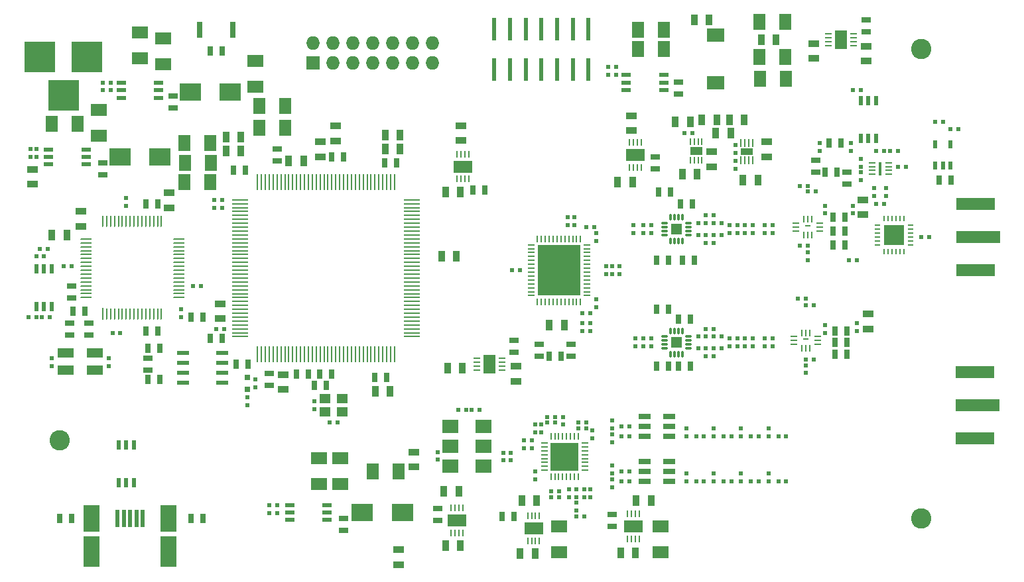
<source format=gts>
G04 #@! TF.FileFunction,Soldermask,Top*
%FSLAX46Y46*%
G04 Gerber Fmt 4.6, Leading zero omitted, Abs format (unit mm)*
G04 Created by KiCad (PCBNEW 4.0.7) date 12/26/17 18:21:06*
%MOMM*%
%LPD*%
G01*
G04 APERTURE LIST*
%ADD10C,0.100000*%
%ADD11R,0.635000X1.143000*%
%ADD12R,0.250000X2.000000*%
%ADD13R,2.000000X0.250000*%
%ADD14R,1.397000X0.889000*%
%ADD15R,0.889000X1.397000*%
%ADD16R,0.500000X0.600000*%
%ADD17R,0.600000X0.500000*%
%ADD18R,1.143000X0.635000*%
%ADD19R,1.524000X2.032000*%
%ADD20R,2.032000X1.524000*%
%ADD21R,0.500380X2.250440*%
%ADD22R,2.049780X3.500120*%
%ADD23R,2.049780X4.000500*%
%ADD24R,4.900000X1.600000*%
%ADD25R,5.600000X1.600000*%
%ADD26R,1.500000X0.600000*%
%ADD27R,0.500000X1.300000*%
%ADD28R,0.248920X1.524000*%
%ADD29O,0.248920X1.524000*%
%ADD30O,1.524000X0.248920*%
%ADD31R,0.770000X0.250000*%
%ADD32O,1.000000X0.250000*%
%ADD33O,0.250000X1.000000*%
%ADD34R,1.300000X0.500000*%
%ADD35R,2.500000X2.500000*%
%ADD36C,0.600000*%
%ADD37R,0.800000X0.250000*%
%ADD38R,0.250000X0.800000*%
%ADD39R,0.450000X1.740000*%
%ADD40O,0.900000X0.250000*%
%ADD41R,0.600000X1.100000*%
%ADD42R,1.450000X1.450000*%
%ADD43C,0.400000*%
%ADD44O,1.000000X0.300000*%
%ADD45O,0.300000X1.000000*%
%ADD46R,3.600000X3.600000*%
%ADD47R,2.440000X1.600000*%
%ADD48R,1.600000X2.440000*%
%ADD49R,1.600000X0.900000*%
%ADD50R,0.250000X1.000000*%
%ADD51R,0.797560X0.797560*%
%ADD52R,0.800000X2.000000*%
%ADD53R,1.400000X1.200000*%
%ADD54R,2.000000X1.200000*%
%ADD55R,1.727200X1.727200*%
%ADD56O,1.727200X1.727200*%
%ADD57R,1.650000X0.760000*%
%ADD58R,2.200000X1.700000*%
%ADD59R,2.700000X2.200000*%
%ADD60R,0.600000X3.000000*%
%ADD61R,5.410000X6.450000*%
%ADD62O,0.950000X0.250000*%
%ADD63O,0.250000X0.950000*%
%ADD64R,2.000000X1.800000*%
%ADD65C,2.600000*%
%ADD66R,1.500000X1.000000*%
%ADD67R,0.250000X0.850000*%
%ADD68R,4.000000X4.000000*%
G04 APERTURE END LIST*
D10*
D11*
X167750000Y-97000000D03*
X166226000Y-97000000D03*
D12*
X132750000Y-87000000D03*
X132250000Y-87000000D03*
X131750000Y-87000000D03*
X131250000Y-87000000D03*
X130750000Y-87000000D03*
X130250000Y-87000000D03*
X129750000Y-87000000D03*
X129250000Y-87000000D03*
X128750000Y-87000000D03*
X128250000Y-87000000D03*
X127750000Y-87000000D03*
X127250000Y-87000000D03*
X126750000Y-87000000D03*
X126250000Y-87000000D03*
X125750000Y-87000000D03*
X125250000Y-87000000D03*
X124750000Y-87000000D03*
X124250000Y-87000000D03*
X123750000Y-87000000D03*
X123250000Y-87000000D03*
X122750000Y-87000000D03*
X122250000Y-87000000D03*
X121750000Y-87000000D03*
X121250000Y-87000000D03*
X120750000Y-87000000D03*
X120250000Y-87000000D03*
X119750000Y-87000000D03*
X119250000Y-87000000D03*
X118750000Y-87000000D03*
X118250000Y-87000000D03*
X117750000Y-87000000D03*
X117250000Y-87000000D03*
X116750000Y-87000000D03*
X116250000Y-87000000D03*
X115750000Y-87000000D03*
X115250000Y-87000000D03*
D13*
X113000000Y-89250000D03*
X113000000Y-89750000D03*
X113000000Y-90250000D03*
X113000000Y-90750000D03*
X113000000Y-91250000D03*
X113000000Y-91750000D03*
X113000000Y-92250000D03*
X113000000Y-92750000D03*
X113000000Y-93250000D03*
X113000000Y-93750000D03*
X113000000Y-94250000D03*
X113000000Y-94750000D03*
X113000000Y-95250000D03*
X113000000Y-95750000D03*
X113000000Y-96250000D03*
X113000000Y-96750000D03*
X113000000Y-97250000D03*
X113000000Y-97750000D03*
X113000000Y-98250000D03*
X113000000Y-98750000D03*
X113000000Y-99250000D03*
X113000000Y-99750000D03*
X113000000Y-100250000D03*
X113000000Y-100750000D03*
X113000000Y-101250000D03*
X113000000Y-101750000D03*
X113000000Y-102250000D03*
X113000000Y-102750000D03*
X113000000Y-103250000D03*
X113000000Y-103750000D03*
X113000000Y-104250000D03*
X113000000Y-104750000D03*
X113000000Y-105250000D03*
X113000000Y-105750000D03*
X113000000Y-106250000D03*
X113000000Y-106750000D03*
D12*
X115250000Y-109000000D03*
X115750000Y-109000000D03*
X116250000Y-109000000D03*
X116750000Y-109000000D03*
X117250000Y-109000000D03*
X117750000Y-109000000D03*
X118250000Y-109000000D03*
X118750000Y-109000000D03*
X119250000Y-109000000D03*
X119750000Y-109000000D03*
X120250000Y-109000000D03*
X120750000Y-109000000D03*
X121250000Y-109000000D03*
X121750000Y-109000000D03*
X122250000Y-109000000D03*
X122750000Y-109000000D03*
X123250000Y-109000000D03*
X123750000Y-109000000D03*
X124250000Y-109000000D03*
X124750000Y-109000000D03*
X125250000Y-109000000D03*
X125750000Y-109000000D03*
X126250000Y-109000000D03*
X126750000Y-109000000D03*
X127250000Y-109000000D03*
X127750000Y-109000000D03*
X128250000Y-109000000D03*
X128750000Y-109000000D03*
X129250000Y-109000000D03*
X129750000Y-109000000D03*
X130250000Y-109000000D03*
X130750000Y-109000000D03*
X131250000Y-109000000D03*
X131750000Y-109000000D03*
X132250000Y-109000000D03*
X132750000Y-109000000D03*
D13*
X135000000Y-106750000D03*
X135000000Y-106250000D03*
X135000000Y-105750000D03*
X135000000Y-105250000D03*
X135000000Y-104750000D03*
X135000000Y-104250000D03*
X135000000Y-103750000D03*
X135000000Y-103250000D03*
X135000000Y-102750000D03*
X135000000Y-102250000D03*
X135000000Y-101750000D03*
X135000000Y-101250000D03*
X135000000Y-100750000D03*
X135000000Y-100250000D03*
X135000000Y-99750000D03*
X135000000Y-99250000D03*
X135000000Y-98750000D03*
X135000000Y-98250000D03*
X135000000Y-97750000D03*
X135000000Y-97250000D03*
X135000000Y-96750000D03*
X135000000Y-96250000D03*
X135000000Y-95750000D03*
X135000000Y-95250000D03*
X135000000Y-94750000D03*
X135000000Y-94250000D03*
X135000000Y-93750000D03*
X135000000Y-93250000D03*
X135000000Y-92750000D03*
X135000000Y-92250000D03*
X135000000Y-91750000D03*
X135000000Y-91250000D03*
X135000000Y-90750000D03*
X135000000Y-90250000D03*
X135000000Y-89750000D03*
X135000000Y-89250000D03*
D11*
X110774000Y-107000000D03*
X109250000Y-107000000D03*
X112488000Y-110250000D03*
X114012000Y-110250000D03*
D14*
X110500000Y-104452500D03*
X110500000Y-102547500D03*
D11*
X124000000Y-113000000D03*
X122476000Y-113000000D03*
X113750000Y-85500000D03*
X112226000Y-85500000D03*
D15*
X133452500Y-81000000D03*
X131547500Y-81000000D03*
X140655000Y-96500000D03*
X138750000Y-96500000D03*
D11*
X123226000Y-111500000D03*
X124750000Y-111500000D03*
D15*
X121155000Y-84250000D03*
X119250000Y-84250000D03*
D14*
X123250000Y-81845000D03*
X123250000Y-83750000D03*
D16*
X109750000Y-89250000D03*
X110750000Y-89250000D03*
X109750000Y-90250000D03*
X110750000Y-90250000D03*
X110000000Y-105750000D03*
X111000000Y-105750000D03*
D17*
X115000000Y-113250000D03*
X115000000Y-112250000D03*
D11*
X109226000Y-70250000D03*
X110750000Y-70250000D03*
X100988000Y-106000000D03*
X102512000Y-106000000D03*
D17*
X96250000Y-109500000D03*
X96250000Y-110500000D03*
D18*
X91500000Y-101762000D03*
X91500000Y-100238000D03*
D11*
X100988000Y-89750000D03*
X102512000Y-89750000D03*
D14*
X92750000Y-90750000D03*
X92750000Y-92655000D03*
D17*
X89000000Y-110500000D03*
X89000000Y-109500000D03*
D11*
X106738000Y-104250000D03*
X108262000Y-104250000D03*
D18*
X91250000Y-105000000D03*
X91250000Y-106524000D03*
D15*
X89000000Y-93750000D03*
X90905000Y-93750000D03*
D11*
X101238000Y-112250000D03*
X102762000Y-112250000D03*
X101238000Y-108250000D03*
X102762000Y-108250000D03*
D18*
X93750000Y-104988000D03*
X93750000Y-106512000D03*
D11*
X131488000Y-84500000D03*
X133012000Y-84500000D03*
X124738000Y-83750000D03*
X126262000Y-83750000D03*
D18*
X117750000Y-84274000D03*
X117750000Y-82750000D03*
D14*
X125250000Y-79797500D03*
X125250000Y-81702500D03*
D15*
X133452500Y-82750000D03*
X131547500Y-82750000D03*
D11*
X121774000Y-111500000D03*
X120250000Y-111500000D03*
X130226000Y-112000000D03*
X131750000Y-112000000D03*
D18*
X116750000Y-111488000D03*
X116750000Y-113012000D03*
D14*
X118500000Y-113500000D03*
X118500000Y-111595000D03*
D15*
X132202500Y-113750000D03*
X130297500Y-113750000D03*
D18*
X151250000Y-109262000D03*
X151250000Y-107738000D03*
X155250000Y-109262000D03*
X155250000Y-107738000D03*
D16*
X160500000Y-98750000D03*
X161500000Y-98750000D03*
X160500000Y-97750000D03*
X161500000Y-97750000D03*
D17*
X159750000Y-98750000D03*
X159750000Y-97750000D03*
D15*
X152500000Y-105250000D03*
X154405000Y-105250000D03*
D17*
X154900000Y-92500000D03*
X154900000Y-91500000D03*
X155700000Y-92500000D03*
X155700000Y-91500000D03*
D16*
X184250000Y-101900000D03*
X185250000Y-101900000D03*
X185250000Y-102700000D03*
X186250000Y-102700000D03*
D17*
X185250000Y-111400000D03*
X185250000Y-110400000D03*
D16*
X186250000Y-109650000D03*
X185250000Y-109650000D03*
D14*
X193250000Y-103845000D03*
X193250000Y-105750000D03*
D17*
X191750000Y-105000000D03*
X191750000Y-106000000D03*
X187750000Y-105250000D03*
X187750000Y-106250000D03*
D16*
X181000000Y-108000000D03*
X180000000Y-108000000D03*
X181000000Y-107000000D03*
X180000000Y-107000000D03*
D17*
X175500000Y-107000000D03*
X175500000Y-108000000D03*
D16*
X171500000Y-108250000D03*
X172500000Y-108250000D03*
D11*
X168988000Y-104500000D03*
X170512000Y-104500000D03*
X167750000Y-110500000D03*
X166226000Y-110500000D03*
D17*
X163500000Y-107000000D03*
X163500000Y-108000000D03*
D19*
X133302000Y-124000000D03*
X130000000Y-124000000D03*
D20*
X153750000Y-134302000D03*
X153750000Y-131000000D03*
X166750000Y-134302000D03*
X166750000Y-131000000D03*
D15*
X150705000Y-134500000D03*
X148800000Y-134500000D03*
X141155000Y-133500000D03*
X139250000Y-133500000D03*
X163505000Y-134400000D03*
X161600000Y-134400000D03*
D14*
X135250000Y-123405000D03*
X135250000Y-121500000D03*
X133250000Y-134000000D03*
X133250000Y-135905000D03*
D20*
X123100000Y-125551000D03*
X123100000Y-122249000D03*
X125800000Y-125600000D03*
X125800000Y-122298000D03*
D11*
X148000000Y-129750000D03*
X146476000Y-129750000D03*
D18*
X138250000Y-128738000D03*
X138250000Y-130262000D03*
X160500000Y-129476000D03*
X160500000Y-131000000D03*
X126250000Y-129988000D03*
X126250000Y-131512000D03*
D15*
X150905000Y-127750000D03*
X149000000Y-127750000D03*
X140952500Y-126500000D03*
X139047500Y-126500000D03*
X163595000Y-127750000D03*
X165500000Y-127750000D03*
D16*
X156000000Y-129750000D03*
X157000000Y-129750000D03*
X156000000Y-127250000D03*
X157000000Y-127250000D03*
X156000000Y-126250000D03*
X157000000Y-126250000D03*
X147615124Y-122584350D03*
X146615124Y-122584350D03*
X146615124Y-121584350D03*
X147615124Y-121584350D03*
X161750000Y-118250000D03*
X162750000Y-118250000D03*
X162750000Y-119500000D03*
X161750000Y-119500000D03*
X161750000Y-124000000D03*
X162750000Y-124000000D03*
X162750000Y-125250000D03*
X161750000Y-125250000D03*
X156250000Y-118500000D03*
X157250000Y-118500000D03*
X153250000Y-117750000D03*
X152250000Y-117750000D03*
D17*
X150750000Y-119000000D03*
X150750000Y-118000000D03*
D16*
X171250000Y-119500000D03*
X172250000Y-119500000D03*
X171250000Y-125250000D03*
X172250000Y-125250000D03*
X174750000Y-119500000D03*
X175750000Y-119500000D03*
X174750000Y-125250000D03*
X175750000Y-125250000D03*
D17*
X177000000Y-119500000D03*
X177000000Y-118500000D03*
X177000000Y-125250000D03*
X177000000Y-124250000D03*
X180500000Y-119500000D03*
X180500000Y-118500000D03*
X180500000Y-125250000D03*
X180500000Y-124250000D03*
D20*
X115000000Y-74802000D03*
X115000000Y-71500000D03*
D14*
X141250000Y-81655000D03*
X141250000Y-79750000D03*
D19*
X105948000Y-82000000D03*
X109250000Y-82000000D03*
X115448000Y-77250000D03*
X118750000Y-77250000D03*
X106000000Y-84500000D03*
X109302000Y-84500000D03*
X115448000Y-80000000D03*
X118750000Y-80000000D03*
X105948000Y-87000000D03*
X109250000Y-87000000D03*
D15*
X113155000Y-81250000D03*
X111250000Y-81250000D03*
D14*
X104000000Y-88345000D03*
X104000000Y-90250000D03*
D11*
X142726000Y-88000000D03*
X144250000Y-88000000D03*
D15*
X113155000Y-83000000D03*
X111250000Y-83000000D03*
D14*
X86500000Y-85345000D03*
X86500000Y-87250000D03*
D20*
X103250000Y-71901000D03*
X103250000Y-68599000D03*
X95000000Y-81052000D03*
X95000000Y-77750000D03*
D15*
X141155000Y-88250000D03*
X139250000Y-88250000D03*
D20*
X100250000Y-71151000D03*
X100250000Y-67849000D03*
D19*
X92250000Y-79500000D03*
X88948000Y-79500000D03*
D18*
X104500000Y-75988000D03*
X104500000Y-77512000D03*
X95500000Y-84488000D03*
X95500000Y-86012000D03*
D15*
X141405000Y-110750000D03*
X139500000Y-110750000D03*
D18*
X148000000Y-108774000D03*
X148000000Y-107250000D03*
D14*
X148250000Y-110547500D03*
X148250000Y-112452500D03*
X180250000Y-81845000D03*
X180250000Y-83750000D03*
D19*
X179349000Y-66500000D03*
X182651000Y-66500000D03*
D15*
X179155000Y-86750000D03*
X177250000Y-86750000D03*
D19*
X179349000Y-71000000D03*
X182651000Y-71000000D03*
X179448000Y-73750000D03*
X182750000Y-73750000D03*
D15*
X172905000Y-66250000D03*
X171000000Y-66250000D03*
X177405000Y-79000000D03*
X175500000Y-79000000D03*
X179547500Y-68750000D03*
X181452500Y-68750000D03*
D19*
X167151000Y-67500000D03*
X163849000Y-67500000D03*
D15*
X175655000Y-80750000D03*
X173750000Y-80750000D03*
D19*
X167151000Y-70000000D03*
X163849000Y-70000000D03*
D14*
X173250000Y-83095000D03*
X173250000Y-85000000D03*
X186250000Y-69250000D03*
X186250000Y-71155000D03*
X163000000Y-80405000D03*
X163000000Y-78500000D03*
D18*
X169000000Y-74238000D03*
X169000000Y-75762000D03*
D15*
X171405000Y-86000000D03*
X169500000Y-86000000D03*
D16*
X170750000Y-80750000D03*
X169750000Y-80750000D03*
D18*
X193000000Y-67774000D03*
X193000000Y-66250000D03*
X166000000Y-85274000D03*
X166000000Y-83750000D03*
D15*
X170500000Y-79250000D03*
X168595000Y-79250000D03*
X172000000Y-79000000D03*
X173905000Y-79000000D03*
D14*
X193000000Y-69595000D03*
X193000000Y-71500000D03*
D15*
X163155000Y-87000000D03*
X161250000Y-87000000D03*
D16*
X201000000Y-94000000D03*
X200000000Y-94000000D03*
X190750000Y-97000000D03*
X191750000Y-97000000D03*
D17*
X195500000Y-88750000D03*
X195500000Y-87750000D03*
X194000000Y-88750000D03*
X194000000Y-87750000D03*
D18*
X190500000Y-85738000D03*
X190500000Y-87262000D03*
D17*
X192250000Y-85750000D03*
X192250000Y-86750000D03*
D16*
X198000000Y-85000000D03*
X197000000Y-85000000D03*
D18*
X186500000Y-85750000D03*
X186500000Y-84226000D03*
D17*
X187000000Y-83000000D03*
X187000000Y-82000000D03*
X191000000Y-83000000D03*
X191000000Y-82000000D03*
D11*
X203762000Y-86750000D03*
X202238000Y-86750000D03*
D16*
X184500000Y-87500000D03*
X185500000Y-87500000D03*
X185500000Y-88200000D03*
X186500000Y-88200000D03*
D17*
X185500000Y-97000000D03*
X185500000Y-96000000D03*
D16*
X184500000Y-95150000D03*
X185500000Y-95150000D03*
D14*
X192500000Y-89250000D03*
X192500000Y-91155000D03*
D17*
X191250000Y-90000000D03*
X191250000Y-91000000D03*
X187750000Y-90000000D03*
X187750000Y-91000000D03*
D16*
X181000000Y-93500000D03*
X180000000Y-93500000D03*
X181000000Y-92500000D03*
X180000000Y-92500000D03*
D17*
X175500000Y-92500000D03*
X175500000Y-93500000D03*
D16*
X171500000Y-93750000D03*
X172500000Y-93750000D03*
D11*
X169238000Y-89750000D03*
X170762000Y-89750000D03*
D17*
X163250000Y-93500000D03*
X163250000Y-92500000D03*
D21*
X97399800Y-129999500D03*
X98199900Y-129999500D03*
X99000000Y-129999500D03*
X99800100Y-129999500D03*
X100600200Y-129999500D03*
D22*
X94074940Y-129999500D03*
X103925060Y-129999500D03*
D23*
X94074940Y-134200660D03*
X103925060Y-134200660D03*
D24*
X206850000Y-111250000D03*
X206850000Y-119750000D03*
D25*
X207200000Y-115500000D03*
D24*
X206900000Y-89750000D03*
X206900000Y-98250000D03*
D25*
X207250000Y-94000000D03*
D18*
X101250000Y-111012000D03*
X101250000Y-109488000D03*
D11*
X91738000Y-103500000D03*
X93262000Y-103500000D03*
X152488000Y-109250000D03*
X154012000Y-109250000D03*
X188988000Y-106000000D03*
X190512000Y-106000000D03*
X188976000Y-109000000D03*
X190500000Y-109000000D03*
X188976000Y-107500000D03*
X190500000Y-107500000D03*
X167762000Y-103250000D03*
X166238000Y-103250000D03*
X168976000Y-110500000D03*
X170500000Y-110500000D03*
D16*
X165500000Y-107000000D03*
X164500000Y-107000000D03*
X165500000Y-108000000D03*
X164500000Y-108000000D03*
D17*
X160500000Y-120250000D03*
X160500000Y-119250000D03*
X160500000Y-126000000D03*
X160500000Y-125000000D03*
X160500000Y-117500000D03*
X160500000Y-118500000D03*
X160500000Y-123250000D03*
X160500000Y-124250000D03*
X170000000Y-119500000D03*
X170000000Y-118500000D03*
X170000000Y-125250000D03*
X170000000Y-124250000D03*
X173500000Y-119500000D03*
X173500000Y-118500000D03*
X173500000Y-125250000D03*
X173500000Y-124250000D03*
D16*
X178250000Y-119500000D03*
X179250000Y-119500000D03*
X178250000Y-125250000D03*
X179250000Y-125250000D03*
X181750000Y-119500000D03*
X182750000Y-119500000D03*
X181750000Y-125250000D03*
X182750000Y-125250000D03*
D11*
X189274000Y-85750000D03*
X187750000Y-85750000D03*
X188238000Y-82000000D03*
X189762000Y-82000000D03*
X188726000Y-91500000D03*
X190250000Y-91500000D03*
X188738000Y-95000000D03*
X190262000Y-95000000D03*
X188738000Y-93250000D03*
X190262000Y-93250000D03*
X168012000Y-88250000D03*
X166488000Y-88250000D03*
X169476000Y-97000000D03*
X171000000Y-97000000D03*
D16*
X165500000Y-93500000D03*
X164500000Y-93500000D03*
X165500000Y-92500000D03*
X164500000Y-92500000D03*
D17*
X114000000Y-115500000D03*
X114000000Y-114500000D03*
D11*
X106738000Y-130000000D03*
X108262000Y-130000000D03*
X91500000Y-130000000D03*
X89976000Y-130000000D03*
D16*
X87000000Y-104250000D03*
X86000000Y-104250000D03*
X88500000Y-95500000D03*
X87500000Y-95500000D03*
X88750000Y-104250000D03*
X87750000Y-104250000D03*
X88000000Y-96500000D03*
X87000000Y-96500000D03*
X157750000Y-106000000D03*
X156750000Y-106000000D03*
X156750000Y-105000000D03*
X157750000Y-105000000D03*
D17*
X178500000Y-107000000D03*
X178500000Y-108000000D03*
D16*
X173500000Y-108250000D03*
X174500000Y-108250000D03*
X173500000Y-106750000D03*
X174500000Y-106750000D03*
X172500000Y-109250000D03*
X173500000Y-109250000D03*
X172500000Y-105750000D03*
X173500000Y-105750000D03*
D17*
X116800000Y-128300000D03*
X116800000Y-129300000D03*
X117800000Y-129300000D03*
X117800000Y-128300000D03*
D16*
X143615124Y-116084350D03*
X142615124Y-116084350D03*
X141865124Y-116084350D03*
X140865124Y-116084350D03*
D17*
X138250000Y-121500000D03*
X138250000Y-122500000D03*
X156000000Y-129000000D03*
X156000000Y-128000000D03*
X157750000Y-127250000D03*
X157750000Y-126250000D03*
X154250000Y-117000000D03*
X154250000Y-118000000D03*
X95500000Y-74250000D03*
X95500000Y-75250000D03*
X86250000Y-82750000D03*
X86250000Y-83750000D03*
X96500000Y-75250000D03*
X96500000Y-74250000D03*
X87000000Y-83750000D03*
X87000000Y-82750000D03*
X160000000Y-73250000D03*
X160000000Y-72250000D03*
X161000000Y-72250000D03*
X161000000Y-73250000D03*
D16*
X195250000Y-89750000D03*
X194250000Y-89750000D03*
D17*
X192250000Y-85000000D03*
X192250000Y-84000000D03*
D16*
X194250000Y-83000000D03*
X195250000Y-83000000D03*
X196000000Y-83000000D03*
X197000000Y-83000000D03*
X192250000Y-75250000D03*
X191250000Y-75250000D03*
X202750000Y-79250000D03*
X201750000Y-79250000D03*
X204750000Y-80250000D03*
X203750000Y-80250000D03*
D17*
X178500000Y-92500000D03*
X178500000Y-93500000D03*
D16*
X176500000Y-93500000D03*
X177500000Y-93500000D03*
X176500000Y-92500000D03*
X177500000Y-92500000D03*
X173500000Y-93750000D03*
X174500000Y-93750000D03*
X173500000Y-92250000D03*
X174500000Y-92250000D03*
D26*
X105750000Y-108845000D03*
X105750000Y-110115000D03*
X105750000Y-111385000D03*
X105750000Y-112655000D03*
X110750000Y-108845000D03*
X110750000Y-110115000D03*
X110750000Y-111385000D03*
X110750000Y-112655000D03*
D27*
X87050000Y-98100000D03*
X87050000Y-102900000D03*
X88000000Y-98100000D03*
X88000000Y-102900000D03*
X88950000Y-98100000D03*
X88950000Y-102900000D03*
D28*
X95500960Y-103869940D03*
D29*
X96001340Y-103869940D03*
X96501720Y-103869940D03*
X97002100Y-103869940D03*
X97502480Y-103869940D03*
X98000320Y-103869940D03*
X98500700Y-103869940D03*
X99001080Y-103869940D03*
X99501460Y-103869940D03*
X100001840Y-103869940D03*
X100502220Y-103869940D03*
X101000060Y-103869940D03*
X101500440Y-103869940D03*
X102000820Y-103869940D03*
X102501200Y-103869940D03*
X103001580Y-103869940D03*
D30*
X105282500Y-101749040D03*
X105282500Y-101248660D03*
X105282500Y-100748280D03*
X105282500Y-100247900D03*
X105282500Y-99747520D03*
X105282500Y-99249680D03*
X105282500Y-98749300D03*
X105282500Y-98248920D03*
X105282500Y-97748540D03*
X105282500Y-97248160D03*
X105282500Y-96747780D03*
X105282500Y-96249940D03*
X105282500Y-95749560D03*
X105282500Y-95249180D03*
X105282500Y-94748800D03*
X105282500Y-94248420D03*
D29*
X103001580Y-91967500D03*
X102501200Y-91967500D03*
X102000820Y-91967500D03*
X101500440Y-91967500D03*
X101000060Y-91967500D03*
X100502220Y-91967500D03*
X100001840Y-91967500D03*
X99501460Y-91967500D03*
X99001080Y-91967500D03*
X98500700Y-91967500D03*
X98000320Y-91967500D03*
X97502480Y-91967500D03*
X97002100Y-91967500D03*
X96501720Y-91967500D03*
X96001340Y-91967500D03*
X95500960Y-91967500D03*
D30*
X93380060Y-94248420D03*
X93380060Y-94748800D03*
X93380060Y-95749560D03*
X93362280Y-95249180D03*
X93380060Y-96249940D03*
X93380060Y-96747780D03*
X93380060Y-97248160D03*
X93380060Y-97748540D03*
X93380060Y-98248920D03*
X93380060Y-98749300D03*
X93380060Y-99242060D03*
X93380060Y-99742440D03*
X93380060Y-100242820D03*
X93380060Y-100743200D03*
X93380060Y-101241040D03*
X93380060Y-101741420D03*
D31*
X185250000Y-107075000D03*
D32*
X183750000Y-106750000D03*
X183750000Y-107250000D03*
X183750000Y-107750000D03*
D33*
X184750000Y-108250000D03*
X185250000Y-108250000D03*
X185750000Y-108250000D03*
D32*
X186750000Y-107750000D03*
X186750000Y-107250000D03*
X186750000Y-106750000D03*
D33*
X185750000Y-106250000D03*
X185250000Y-106250000D03*
X184750000Y-106250000D03*
D34*
X119350000Y-130200000D03*
X124150000Y-130200000D03*
X119350000Y-129250000D03*
X124150000Y-129250000D03*
X119350000Y-128300000D03*
X124150000Y-128300000D03*
X97850000Y-76200000D03*
X102650000Y-76200000D03*
X97850000Y-75250000D03*
X102650000Y-75250000D03*
X97850000Y-74300000D03*
X102650000Y-74300000D03*
X88600000Y-84700000D03*
X93400000Y-84700000D03*
X88600000Y-83750000D03*
X93400000Y-83750000D03*
X88600000Y-82800000D03*
X93400000Y-82800000D03*
X162350000Y-75200000D03*
X167150000Y-75200000D03*
X162350000Y-74250000D03*
X167150000Y-74250000D03*
X162350000Y-73300000D03*
X167150000Y-73300000D03*
D35*
X196500000Y-93750000D03*
D36*
X197150000Y-94400000D03*
X197150000Y-93100000D03*
X195850000Y-94400000D03*
X195850000Y-93100000D03*
D37*
X198600000Y-95000000D03*
X198600000Y-94500000D03*
X198600000Y-94000000D03*
X198600000Y-93500000D03*
X198600000Y-93000000D03*
X198600000Y-92500000D03*
D38*
X197750000Y-91650000D03*
X197250000Y-91650000D03*
X196750000Y-91650000D03*
X196250000Y-91650000D03*
X195750000Y-91650000D03*
X195250000Y-91650000D03*
D37*
X194400000Y-92500000D03*
X194400000Y-93000000D03*
X194400000Y-93500000D03*
X194400000Y-94000000D03*
X194400000Y-94500000D03*
X194400000Y-95000000D03*
D38*
X195250000Y-95850000D03*
X195750000Y-95850000D03*
X196250000Y-95850000D03*
X196750000Y-95850000D03*
X197250000Y-95850000D03*
X197750000Y-95850000D03*
D39*
X194750000Y-85250000D03*
D40*
X195800000Y-86000000D03*
X195800000Y-85500000D03*
X195800000Y-85000000D03*
X195800000Y-84500000D03*
X193700000Y-84500000D03*
X193700000Y-85000000D03*
X193700000Y-85500000D03*
X193700000Y-86000000D03*
D41*
X201800000Y-82150000D03*
X201800000Y-84850000D03*
X202750000Y-84850000D03*
X203700000Y-82150000D03*
X203700000Y-84850000D03*
D31*
X185500000Y-92575000D03*
D32*
X184000000Y-92250000D03*
X184000000Y-92750000D03*
X184000000Y-93250000D03*
D33*
X185000000Y-93750000D03*
X185500000Y-93750000D03*
X186000000Y-93750000D03*
D32*
X187000000Y-93250000D03*
X187000000Y-92750000D03*
X187000000Y-92250000D03*
D33*
X186000000Y-91750000D03*
X185500000Y-91750000D03*
X185000000Y-91750000D03*
D16*
X171500000Y-106750000D03*
X172500000Y-106750000D03*
X171500000Y-92250000D03*
X172500000Y-92250000D03*
X124500000Y-117750000D03*
X125500000Y-117750000D03*
D17*
X122500000Y-115000000D03*
X122500000Y-116000000D03*
D16*
X176500000Y-108000000D03*
X177500000Y-108000000D03*
X176500000Y-107000000D03*
X177500000Y-107000000D03*
X172500000Y-94750000D03*
X173500000Y-94750000D03*
X172500000Y-91250000D03*
X173500000Y-91250000D03*
D42*
X168750000Y-107500000D03*
D43*
X169150000Y-107900000D03*
X169150000Y-107100000D03*
X168350000Y-107900000D03*
X168350000Y-107100000D03*
D44*
X170250000Y-108250000D03*
X170250000Y-107750000D03*
X170250000Y-107250000D03*
X170250000Y-106750000D03*
D45*
X169500000Y-106000000D03*
X169000000Y-106000000D03*
X168500000Y-106000000D03*
X168000000Y-106000000D03*
D44*
X167250000Y-106750000D03*
X167250000Y-107250000D03*
X167250000Y-107750000D03*
X167250000Y-108250000D03*
D45*
X168000000Y-109000000D03*
X168500000Y-109000000D03*
X169000000Y-109000000D03*
X169500000Y-109000000D03*
D42*
X168750000Y-93000000D03*
D43*
X169150000Y-93400000D03*
X169150000Y-92600000D03*
X168350000Y-93400000D03*
X168350000Y-92600000D03*
D44*
X170250000Y-93750000D03*
X170250000Y-93250000D03*
X170250000Y-92750000D03*
X170250000Y-92250000D03*
D45*
X169500000Y-91500000D03*
X169000000Y-91500000D03*
X168500000Y-91500000D03*
X168000000Y-91500000D03*
D44*
X167250000Y-92250000D03*
X167250000Y-92750000D03*
X167250000Y-93250000D03*
X167250000Y-93750000D03*
D45*
X168000000Y-94500000D03*
X168500000Y-94500000D03*
X169000000Y-94500000D03*
X169500000Y-94500000D03*
D46*
X154465124Y-122084350D03*
D43*
X152965124Y-123584350D03*
X153965124Y-123584350D03*
X154965124Y-123584350D03*
X155965124Y-123584350D03*
X152965124Y-122584350D03*
X153965124Y-122584350D03*
X154965124Y-122584350D03*
X155965124Y-122584350D03*
X152965124Y-121584350D03*
X153965124Y-121584350D03*
X154965124Y-121584350D03*
X155965124Y-121584350D03*
X152965124Y-120584350D03*
X153965124Y-120584350D03*
X154965124Y-120584350D03*
X155965124Y-120584350D03*
D33*
X152715124Y-124684350D03*
X153215124Y-124684350D03*
X153715124Y-124684350D03*
X154215124Y-124684350D03*
X154715124Y-124684350D03*
X155215124Y-124684350D03*
X155715124Y-124684350D03*
X156215124Y-124684350D03*
D32*
X157065124Y-123834350D03*
X157065124Y-123334350D03*
X157065124Y-122834350D03*
X157065124Y-122334350D03*
X157065124Y-121834350D03*
X157065124Y-121334350D03*
X157065124Y-120834350D03*
X157065124Y-120334350D03*
D33*
X156215124Y-119484350D03*
X155715124Y-119484350D03*
X155215124Y-119484350D03*
X154715124Y-119484350D03*
X154215124Y-119484350D03*
X153715124Y-119484350D03*
X153215124Y-119484350D03*
X152715124Y-119484350D03*
D32*
X151865124Y-120334350D03*
X151865124Y-120834350D03*
X151865124Y-121334350D03*
X151865124Y-121834350D03*
X151865124Y-122334350D03*
X151865124Y-122834350D03*
X151865124Y-123334350D03*
X151865124Y-123834350D03*
D47*
X150500000Y-131250000D03*
D43*
X151000000Y-130750000D03*
X150000000Y-130750000D03*
X151000000Y-131750000D03*
X150000000Y-131750000D03*
D33*
X151250000Y-129650000D03*
X150750000Y-129650000D03*
X150250000Y-129650000D03*
X149750000Y-129650000D03*
X149750000Y-132850000D03*
X150250000Y-132850000D03*
X150750000Y-132850000D03*
X151250000Y-132850000D03*
D47*
X140732843Y-130250000D03*
D43*
X141232843Y-129750000D03*
X140232843Y-129750000D03*
X141232843Y-130750000D03*
X140232843Y-130750000D03*
D33*
X141482843Y-128650000D03*
X140982843Y-128650000D03*
X140482843Y-128650000D03*
X139982843Y-128650000D03*
X139982843Y-131850000D03*
X140482843Y-131850000D03*
X140982843Y-131850000D03*
X141482843Y-131850000D03*
D47*
X163250000Y-131000000D03*
D43*
X163750000Y-130500000D03*
X162750000Y-130500000D03*
X163750000Y-131500000D03*
X162750000Y-131500000D03*
D33*
X164000000Y-129400000D03*
X163500000Y-129400000D03*
X163000000Y-129400000D03*
X162500000Y-129400000D03*
X162500000Y-132600000D03*
X163000000Y-132600000D03*
X163500000Y-132600000D03*
X164000000Y-132600000D03*
D47*
X141500000Y-85000000D03*
D43*
X141000000Y-85500000D03*
X142000000Y-85500000D03*
X141000000Y-84500000D03*
X142000000Y-84500000D03*
D33*
X140750000Y-86600000D03*
X141250000Y-86600000D03*
X141750000Y-86600000D03*
X142250000Y-86600000D03*
X142250000Y-83400000D03*
X141750000Y-83400000D03*
X141250000Y-83400000D03*
X140750000Y-83400000D03*
D48*
X144900000Y-110250000D03*
D43*
X145400000Y-110750000D03*
X145400000Y-109750000D03*
X144400000Y-110750000D03*
X144400000Y-109750000D03*
D32*
X146500000Y-111000000D03*
X146500000Y-110500000D03*
X146500000Y-110000000D03*
X146500000Y-109500000D03*
X143300000Y-109500000D03*
X143300000Y-110000000D03*
X143300000Y-110500000D03*
X143300000Y-111000000D03*
D49*
X177750000Y-83050000D03*
D43*
X178250000Y-83050000D03*
X177250000Y-83050000D03*
D50*
X178500000Y-81950000D03*
X178000000Y-81950000D03*
X177500000Y-81950000D03*
X177000000Y-81950000D03*
X177000000Y-84150000D03*
X177500000Y-84150000D03*
X178000000Y-84150000D03*
X178500000Y-84150000D03*
D48*
X189750000Y-68750000D03*
D43*
X190250000Y-69250000D03*
X190250000Y-68250000D03*
X189250000Y-69250000D03*
X189250000Y-68250000D03*
D32*
X191350000Y-69500000D03*
X191350000Y-69000000D03*
X191350000Y-68500000D03*
X191350000Y-68000000D03*
X188150000Y-68000000D03*
X188150000Y-68500000D03*
X188150000Y-69000000D03*
X188150000Y-69500000D03*
D47*
X163500000Y-83500000D03*
D43*
X163000000Y-84000000D03*
X164000000Y-84000000D03*
X163000000Y-83000000D03*
X164000000Y-83000000D03*
D33*
X162750000Y-85100000D03*
X163250000Y-85100000D03*
X163750000Y-85100000D03*
X164250000Y-85100000D03*
X164250000Y-81900000D03*
X163750000Y-81900000D03*
X163250000Y-81900000D03*
X162750000Y-81900000D03*
D51*
X114000000Y-113498600D03*
X114000000Y-112000000D03*
D52*
X107900000Y-67500000D03*
X112100000Y-67500000D03*
D53*
X123900000Y-116350000D03*
X126100000Y-116350000D03*
X126100000Y-114650000D03*
X123900000Y-114650000D03*
D54*
X94500000Y-108800000D03*
X90800000Y-108800000D03*
X90800000Y-111000000D03*
X94500000Y-111000000D03*
D55*
X122380000Y-71750000D03*
D56*
X122380000Y-69210000D03*
X124920000Y-71750000D03*
X124920000Y-69210000D03*
X127460000Y-71750000D03*
X127460000Y-69210000D03*
X130000000Y-71750000D03*
X130000000Y-69210000D03*
X132540000Y-71750000D03*
X132540000Y-69210000D03*
X135080000Y-71750000D03*
X135080000Y-69210000D03*
X137620000Y-71750000D03*
X137620000Y-69210000D03*
D57*
X167840000Y-116980000D03*
X164660000Y-116980000D03*
X167840000Y-118250000D03*
X164660000Y-118250000D03*
X167840000Y-119520000D03*
X164660000Y-119520000D03*
X167840000Y-122730000D03*
X164660000Y-122730000D03*
X167840000Y-124000000D03*
X164660000Y-124000000D03*
X167840000Y-125270000D03*
X164660000Y-125270000D03*
D58*
X173750000Y-68200000D03*
X173750000Y-74300000D03*
D59*
X133750000Y-129250000D03*
X128650000Y-129250000D03*
X111800000Y-75500000D03*
X106700000Y-75500000D03*
X102800000Y-83750000D03*
X97700000Y-83750000D03*
D60*
X157500000Y-67400000D03*
X155500000Y-67400000D03*
X153500000Y-67400000D03*
X151500000Y-67400000D03*
X149500000Y-67400000D03*
X147500000Y-67400000D03*
X145500000Y-67400000D03*
X157500000Y-72600000D03*
X155500000Y-72600000D03*
X153500000Y-72600000D03*
X151500000Y-72600000D03*
X149500000Y-72600000D03*
X147500000Y-72600000D03*
X145500000Y-72600000D03*
D27*
X192300000Y-76600000D03*
X192300000Y-81400000D03*
X193250000Y-76600000D03*
X193250000Y-81400000D03*
X194200000Y-76600000D03*
X194200000Y-81400000D03*
X99450000Y-125400000D03*
X99450000Y-120600000D03*
X98500000Y-125400000D03*
X98500000Y-120600000D03*
X97550000Y-125400000D03*
X97550000Y-120600000D03*
D61*
X153750000Y-98250000D03*
D43*
X156000000Y-100500000D03*
X156000000Y-99000000D03*
X156000000Y-97500000D03*
X156000000Y-96000000D03*
X154500000Y-100500000D03*
X154500000Y-99000000D03*
X154500000Y-97500000D03*
X154500000Y-96000000D03*
X153000000Y-100500000D03*
X153000000Y-99000000D03*
X153000000Y-97500000D03*
X153000000Y-96000000D03*
X151500000Y-100500000D03*
X151500000Y-99000000D03*
X151500000Y-97500000D03*
X151500000Y-96000000D03*
D62*
X157275000Y-101500000D03*
X157275000Y-101000000D03*
X157275000Y-100500000D03*
X157275000Y-100000000D03*
X157275000Y-99500000D03*
X157275000Y-99000000D03*
X157275000Y-98500000D03*
X157275000Y-98000000D03*
X157275000Y-97500000D03*
X157275000Y-97000000D03*
X157275000Y-96500000D03*
X157275000Y-96000000D03*
X157275000Y-95500000D03*
X157275000Y-95000000D03*
D63*
X156500000Y-94225000D03*
X156000000Y-94225000D03*
X155500000Y-94225000D03*
X155000000Y-94225000D03*
X154500000Y-94225000D03*
X154000000Y-94225000D03*
X153500000Y-94225000D03*
X153000000Y-94225000D03*
X152500000Y-94225000D03*
X152000000Y-94225000D03*
X151500000Y-94225000D03*
X151000000Y-94225000D03*
D62*
X150225000Y-95000000D03*
X150225000Y-95500000D03*
X150225000Y-96000000D03*
X150225000Y-96500000D03*
X150225000Y-97000000D03*
X150225000Y-97500000D03*
X150225000Y-98000000D03*
X150225000Y-98500000D03*
X150225000Y-99000000D03*
X150225000Y-99500000D03*
X150225000Y-100000000D03*
X150225000Y-100500000D03*
X150225000Y-101000000D03*
X150225000Y-101500000D03*
D63*
X151000000Y-102275000D03*
X151500000Y-102275000D03*
X152000000Y-102275000D03*
X152500000Y-102275000D03*
X153000000Y-102275000D03*
X153500000Y-102275000D03*
X154000000Y-102275000D03*
X154500000Y-102275000D03*
X155000000Y-102275000D03*
X155500000Y-102275000D03*
X156000000Y-102275000D03*
X156500000Y-102275000D03*
D64*
X139900000Y-118210000D03*
X139900000Y-120750000D03*
X139900000Y-123290000D03*
X144100000Y-123290000D03*
X144100000Y-120750000D03*
X144100000Y-118210000D03*
D17*
X158500000Y-102000000D03*
X158500000Y-103000000D03*
X158500000Y-93500000D03*
X158500000Y-94500000D03*
D16*
X156750000Y-103750000D03*
X157750000Y-103750000D03*
X157250000Y-92750000D03*
X158250000Y-92750000D03*
X148750000Y-98250000D03*
X147750000Y-98250000D03*
X156250000Y-117750000D03*
X157250000Y-117750000D03*
X153250000Y-117000000D03*
X152250000Y-117000000D03*
D17*
X151500000Y-119000000D03*
X151500000Y-118000000D03*
X150750000Y-124000000D03*
X150750000Y-125000000D03*
D16*
X149250000Y-120000000D03*
X150250000Y-120000000D03*
D17*
X158000000Y-119750000D03*
X158000000Y-118750000D03*
D16*
X150250000Y-121000000D03*
X149250000Y-121000000D03*
X153750000Y-127250000D03*
X152750000Y-127250000D03*
X153750000Y-126500000D03*
X152750000Y-126500000D03*
D17*
X155000000Y-126250000D03*
X155000000Y-127250000D03*
X105500000Y-104250000D03*
X105500000Y-103250000D03*
D16*
X97750000Y-106250000D03*
X96750000Y-106250000D03*
X107000000Y-100250000D03*
X108000000Y-100250000D03*
D17*
X98500000Y-90000000D03*
X98500000Y-89000000D03*
D16*
X91500000Y-97750000D03*
X90500000Y-97750000D03*
D17*
X176250000Y-82250000D03*
X176250000Y-83250000D03*
X176250000Y-84250000D03*
X176250000Y-85250000D03*
D65*
X200000000Y-130000000D03*
X90000000Y-120000000D03*
X200000000Y-70000000D03*
D66*
X171250000Y-83000000D03*
D43*
X171650000Y-83000000D03*
X170850000Y-83000000D03*
D67*
X172000000Y-81825000D03*
X171500000Y-81825000D03*
X171000000Y-81825000D03*
X170500000Y-81825000D03*
X170500000Y-84175000D03*
X171000000Y-84175000D03*
X171500000Y-84175000D03*
X172000000Y-84175000D03*
D68*
X87500000Y-71000000D03*
X93500000Y-71000000D03*
X90550000Y-75900000D03*
M02*

</source>
